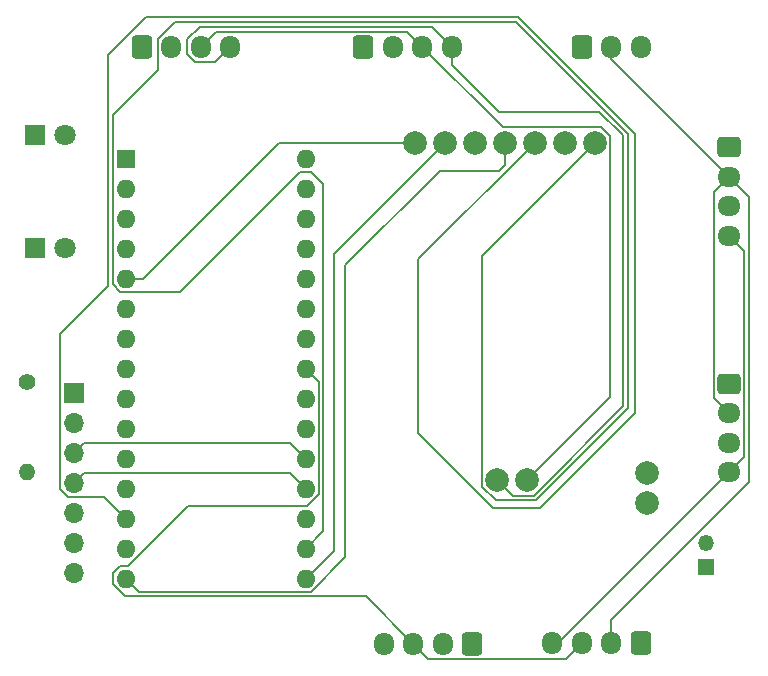
<source format=gbr>
%TF.GenerationSoftware,KiCad,Pcbnew,9.0.0*%
%TF.CreationDate,2025-03-15T15:19:18-03:00*%
%TF.ProjectId,can,63616e2e-6b69-4636-9164-5f7063625858,rev?*%
%TF.SameCoordinates,Original*%
%TF.FileFunction,Copper,L2,Bot*%
%TF.FilePolarity,Positive*%
%FSLAX46Y46*%
G04 Gerber Fmt 4.6, Leading zero omitted, Abs format (unit mm)*
G04 Created by KiCad (PCBNEW 9.0.0) date 2025-03-15 15:19:18*
%MOMM*%
%LPD*%
G01*
G04 APERTURE LIST*
G04 Aperture macros list*
%AMRoundRect*
0 Rectangle with rounded corners*
0 $1 Rounding radius*
0 $2 $3 $4 $5 $6 $7 $8 $9 X,Y pos of 4 corners*
0 Add a 4 corners polygon primitive as box body*
4,1,4,$2,$3,$4,$5,$6,$7,$8,$9,$2,$3,0*
0 Add four circle primitives for the rounded corners*
1,1,$1+$1,$2,$3*
1,1,$1+$1,$4,$5*
1,1,$1+$1,$6,$7*
1,1,$1+$1,$8,$9*
0 Add four rect primitives between the rounded corners*
20,1,$1+$1,$2,$3,$4,$5,0*
20,1,$1+$1,$4,$5,$6,$7,0*
20,1,$1+$1,$6,$7,$8,$9,0*
20,1,$1+$1,$8,$9,$2,$3,0*%
G04 Aperture macros list end*
%TA.AperFunction,ComponentPad*%
%ADD10O,1.700000X1.950000*%
%TD*%
%TA.AperFunction,ComponentPad*%
%ADD11RoundRect,0.250000X-0.600000X-0.725000X0.600000X-0.725000X0.600000X0.725000X-0.600000X0.725000X0*%
%TD*%
%TA.AperFunction,ComponentPad*%
%ADD12RoundRect,0.250000X0.600000X0.725000X-0.600000X0.725000X-0.600000X-0.725000X0.600000X-0.725000X0*%
%TD*%
%TA.AperFunction,ComponentPad*%
%ADD13O,1.700000X1.700000*%
%TD*%
%TA.AperFunction,ComponentPad*%
%ADD14R,1.700000X1.700000*%
%TD*%
%TA.AperFunction,ComponentPad*%
%ADD15C,1.400000*%
%TD*%
%TA.AperFunction,ComponentPad*%
%ADD16O,1.400000X1.400000*%
%TD*%
%TA.AperFunction,ComponentPad*%
%ADD17C,2.000000*%
%TD*%
%TA.AperFunction,ComponentPad*%
%ADD18R,1.350000X1.350000*%
%TD*%
%TA.AperFunction,ComponentPad*%
%ADD19O,1.350000X1.350000*%
%TD*%
%TA.AperFunction,ComponentPad*%
%ADD20RoundRect,0.250000X-0.725000X0.600000X-0.725000X-0.600000X0.725000X-0.600000X0.725000X0.600000X0*%
%TD*%
%TA.AperFunction,ComponentPad*%
%ADD21O,1.950000X1.700000*%
%TD*%
%TA.AperFunction,ComponentPad*%
%ADD22R,1.800000X1.800000*%
%TD*%
%TA.AperFunction,ComponentPad*%
%ADD23C,1.800000*%
%TD*%
%TA.AperFunction,ComponentPad*%
%ADD24R,1.600000X1.600000*%
%TD*%
%TA.AperFunction,ComponentPad*%
%ADD25O,1.600000X1.600000*%
%TD*%
%TA.AperFunction,Conductor*%
%ADD26C,0.200000*%
%TD*%
G04 APERTURE END LIST*
D10*
%TO.P,J1,4,Pin_4*%
%TO.N,Net-(J1-Pin_4)*%
X137250000Y-52475000D03*
%TO.P,J1,3,Pin_3*%
%TO.N,Net-(J1-Pin_3)*%
X134750000Y-52475000D03*
%TO.P,J1,2,Pin_2*%
%TO.N,GND*%
X132250000Y-52475000D03*
D11*
%TO.P,J1,1,Pin_1*%
%TO.N,12V*%
X129750000Y-52475000D03*
%TD*%
D10*
%TO.P,J6,4,Pin_4*%
%TO.N,Net-(A1-A5)*%
X150250000Y-103025000D03*
%TO.P,J6,3,Pin_3*%
%TO.N,Net-(A1-A4)*%
X152750000Y-103025000D03*
%TO.P,J6,2,Pin_2*%
%TO.N,GND*%
X155250000Y-103025000D03*
D12*
%TO.P,J6,1,Pin_1*%
%TO.N,3.3V*%
X157750000Y-103025000D03*
%TD*%
D13*
%TO.P,J9,7,Pin_7*%
%TO.N,3.3V*%
X124000000Y-97040000D03*
%TO.P,J9,6,Pin_6*%
%TO.N,GND*%
X124000000Y-94500000D03*
%TO.P,J9,5,Pin_5*%
%TO.N,12V*%
X124000000Y-91960000D03*
%TO.P,J9,4,Pin_4*%
%TO.N,A0*%
X124000000Y-89420000D03*
%TO.P,J9,3,Pin_3*%
%TO.N,A1*%
X124000000Y-86880000D03*
%TO.P,J9,2,Pin_2*%
%TO.N,D6*%
X124000000Y-84340000D03*
D14*
%TO.P,J9,1,Pin_1*%
%TO.N,D9*%
X124000000Y-81800000D03*
%TD*%
D15*
%TO.P,R1,1*%
%TO.N,Net-(D1-K)*%
X120000000Y-80880000D03*
D16*
%TO.P,R1,2*%
%TO.N,GND*%
X120000000Y-88500000D03*
%TD*%
D17*
%TO.P,M1,1,int*%
%TO.N,Net-(A1-D2)*%
X152875000Y-60615000D03*
%TO.P,M1,2,sck*%
%TO.N,Net-(A1-D13)*%
X155415000Y-60615000D03*
%TO.P,M1,3,si*%
%TO.N,Net-(A1-D11)*%
X157955000Y-60615000D03*
%TO.P,M1,4,so*%
%TO.N,Net-(A1-D12)*%
X160495000Y-60615000D03*
%TO.P,M1,5,cs*%
%TO.N,Net-(A1-D10)*%
X163035000Y-60615000D03*
%TO.P,M1,6,gnd*%
%TO.N,GND*%
X165575000Y-60615000D03*
%TO.P,M1,7,vcc*%
%TO.N,3.3V*%
X168115000Y-60615000D03*
%TO.P,M1,8,can_L*%
%TO.N,Net-(J1-Pin_4)*%
X159860000Y-89190000D03*
%TO.P,M1,9,can_H*%
%TO.N,Net-(J1-Pin_3)*%
X162400000Y-89190000D03*
%TO.P,M1,10,R1*%
%TO.N,Net-(J8-Pin_2)*%
X172560000Y-88555000D03*
%TO.P,M1,11,R2*%
%TO.N,Net-(J8-Pin_1)*%
X172560000Y-91095000D03*
%TD*%
D18*
%TO.P,J8,1,Pin_1*%
%TO.N,Net-(J8-Pin_1)*%
X177500000Y-96500000D03*
D19*
%TO.P,J8,2,Pin_2*%
%TO.N,Net-(J8-Pin_2)*%
X177500000Y-94500000D03*
%TD*%
D11*
%TO.P,CAN,1,Pin_1*%
%TO.N,12V*%
X167000000Y-52475000D03*
D10*
%TO.P,CAN,2,Pin_2*%
%TO.N,GND*%
X169500000Y-52475000D03*
%TO.P,CAN,3,Pin_3*%
%TO.N,Net-(A1-D3)*%
X172000000Y-52475000D03*
%TD*%
D12*
%TO.P,J5,1,Pin_1*%
%TO.N,3.3V*%
X172000000Y-103000000D03*
D10*
%TO.P,J5,2,Pin_2*%
%TO.N,GND*%
X169500000Y-103000000D03*
%TO.P,J5,3,Pin_3*%
%TO.N,Net-(A1-A4)*%
X167000000Y-103000000D03*
%TO.P,J5,4,Pin_4*%
%TO.N,Net-(A1-A5)*%
X164500000Y-103000000D03*
%TD*%
D20*
%TO.P,J4,1,Pin_1*%
%TO.N,3.3V*%
X179500000Y-81000000D03*
D21*
%TO.P,J4,2,Pin_2*%
%TO.N,GND*%
X179500000Y-83500000D03*
%TO.P,J4,3,Pin_3*%
%TO.N,Net-(A1-A4)*%
X179500000Y-86000000D03*
%TO.P,J4,4,Pin_4*%
%TO.N,Net-(A1-A5)*%
X179500000Y-88500000D03*
%TD*%
D20*
%TO.P,J3,1,Pin_1*%
%TO.N,3.3V*%
X179500000Y-61000000D03*
D21*
%TO.P,J3,2,Pin_2*%
%TO.N,GND*%
X179500000Y-63500000D03*
%TO.P,J3,3,Pin_3*%
%TO.N,Net-(A1-A4)*%
X179500000Y-66000000D03*
%TO.P,J3,4,Pin_4*%
%TO.N,Net-(A1-A5)*%
X179500000Y-68500000D03*
%TD*%
D11*
%TO.P,J2,1,Pin_1*%
%TO.N,12V*%
X148500000Y-52500000D03*
D10*
%TO.P,J2,2,Pin_2*%
%TO.N,GND*%
X151000000Y-52500000D03*
%TO.P,J2,3,Pin_3*%
%TO.N,Net-(J1-Pin_3)*%
X153500000Y-52500000D03*
%TO.P,J2,4,Pin_4*%
%TO.N,Net-(J1-Pin_4)*%
X156000000Y-52500000D03*
%TD*%
D22*
%TO.P,D2,1,K*%
%TO.N,Net-(D1-K)*%
X120725000Y-60000000D03*
D23*
%TO.P,D2,2,A*%
%TO.N,Net-(A1-D4)*%
X123265000Y-60000000D03*
%TD*%
D22*
%TO.P,D1,1,K*%
%TO.N,Net-(D1-K)*%
X120725000Y-69500000D03*
D23*
%TO.P,D1,2,A*%
%TO.N,Net-(A1-D5)*%
X123265000Y-69500000D03*
%TD*%
D24*
%TO.P,A1,1,D1/TX*%
%TO.N,unconnected-(A1-D1{slash}TX-Pad1)*%
X128390000Y-61950000D03*
D25*
%TO.P,A1,2,D0/RX*%
%TO.N,unconnected-(A1-D0{slash}RX-Pad2)*%
X128390000Y-64490000D03*
%TO.P,A1,3,~{RESET}*%
%TO.N,unconnected-(A1-~{RESET}-Pad3)*%
X128390000Y-67030000D03*
%TO.P,A1,4,GND*%
%TO.N,unconnected-(A1-GND-Pad4)*%
X128390000Y-69570000D03*
%TO.P,A1,5,D2*%
%TO.N,Net-(A1-D2)*%
X128390000Y-72110000D03*
%TO.P,A1,6,D3*%
%TO.N,Net-(A1-D3)*%
X128390000Y-74650000D03*
%TO.P,A1,7,D4*%
%TO.N,Net-(A1-D4)*%
X128390000Y-77190000D03*
%TO.P,A1,8,D5*%
%TO.N,Net-(A1-D5)*%
X128390000Y-79730000D03*
%TO.P,A1,9,D6*%
%TO.N,D6*%
X128390000Y-82270000D03*
%TO.P,A1,10,D7*%
%TO.N,unconnected-(A1-D7-Pad10)*%
X128390000Y-84810000D03*
%TO.P,A1,11,D8*%
%TO.N,unconnected-(A1-D8-Pad11)*%
X128390000Y-87350000D03*
%TO.P,A1,12,D9*%
%TO.N,D9*%
X128390000Y-89890000D03*
%TO.P,A1,13,D10*%
%TO.N,Net-(A1-D10)*%
X128390000Y-92430000D03*
%TO.P,A1,14,D11*%
%TO.N,Net-(A1-D11)*%
X128390000Y-94970000D03*
%TO.P,A1,15,D12*%
%TO.N,Net-(A1-D12)*%
X128390000Y-97510000D03*
%TO.P,A1,16,D13*%
%TO.N,Net-(A1-D13)*%
X143630000Y-97510000D03*
%TO.P,A1,17,3V3*%
%TO.N,3.3V*%
X143630000Y-94970000D03*
%TO.P,A1,18,AREF*%
%TO.N,unconnected-(A1-AREF-Pad18)*%
X143630000Y-92430000D03*
%TO.P,A1,19,A0*%
%TO.N,A0*%
X143630000Y-89890000D03*
%TO.P,A1,20,A1*%
%TO.N,A1*%
X143630000Y-87350000D03*
%TO.P,A1,21,A2*%
%TO.N,unconnected-(A1-A2-Pad21)*%
X143630000Y-84810000D03*
%TO.P,A1,22,A3*%
%TO.N,unconnected-(A1-A3-Pad22)*%
X143630000Y-82270000D03*
%TO.P,A1,23,A4*%
%TO.N,Net-(A1-A4)*%
X143630000Y-79730000D03*
%TO.P,A1,24,A5*%
%TO.N,Net-(A1-A5)*%
X143630000Y-77190000D03*
%TO.P,A1,25,A6*%
%TO.N,unconnected-(A1-A6-Pad25)*%
X143630000Y-74650000D03*
%TO.P,A1,26,A7*%
%TO.N,unconnected-(A1-A7-Pad26)*%
X143630000Y-72110000D03*
%TO.P,A1,27,+5V*%
%TO.N,unconnected-(A1-+5V-Pad27)*%
X143630000Y-69570000D03*
%TO.P,A1,28,~{RESET}*%
%TO.N,unconnected-(A1-~{RESET}-Pad28)*%
X143630000Y-67030000D03*
%TO.P,A1,29,GND*%
%TO.N,GND*%
X143630000Y-64490000D03*
%TO.P,A1,30,VIN*%
%TO.N,12V*%
X143630000Y-61950000D03*
%TD*%
D26*
%TO.N,Net-(A1-D10)*%
X153151000Y-70499000D02*
X163035000Y-60615000D01*
X159500000Y-91500000D02*
X153151000Y-85151000D01*
X153151000Y-85151000D02*
X153151000Y-70499000D01*
X163500000Y-91500000D02*
X159500000Y-91500000D01*
X171500000Y-83500000D02*
X163500000Y-91500000D01*
X171500000Y-59865800D02*
X171500000Y-83500000D01*
X161630200Y-49996000D02*
X171500000Y-59865800D01*
X126888000Y-72732150D02*
X126888000Y-53225840D01*
X122849000Y-76771150D02*
X126888000Y-72732150D01*
X126888000Y-53225840D02*
X130117840Y-49996000D01*
X122849000Y-89896760D02*
X122849000Y-76771150D01*
X130117840Y-49996000D02*
X161630200Y-49996000D01*
X123523240Y-90571000D02*
X122849000Y-89896760D01*
X126531000Y-90571000D02*
X123523240Y-90571000D01*
X128390000Y-92430000D02*
X126531000Y-90571000D01*
%TO.N,3.3V*%
X159722108Y-90892000D02*
X158559000Y-89728892D01*
X163104992Y-90892000D02*
X159722108Y-90892000D01*
X170901000Y-83095992D02*
X163104992Y-90892000D01*
X170901000Y-59833900D02*
X170901000Y-83095992D01*
X158559000Y-89728892D02*
X158559000Y-70171000D01*
X161464100Y-50397000D02*
X170901000Y-59833900D01*
X132575240Y-50397000D02*
X161464100Y-50397000D01*
X158559000Y-70171000D02*
X168115000Y-60615000D01*
X131099000Y-54425240D02*
X131099000Y-51873240D01*
X127289000Y-58235240D02*
X131099000Y-54425240D01*
X131099000Y-51873240D02*
X132575240Y-50397000D01*
X127289000Y-72566050D02*
X127289000Y-58235240D01*
X127933950Y-73211000D02*
X127289000Y-72566050D01*
X133013950Y-73211000D02*
X127933950Y-73211000D01*
X144086050Y-63051000D02*
X143173950Y-63051000D01*
X143173950Y-63051000D02*
X133013950Y-73211000D01*
X145132000Y-64096950D02*
X144086050Y-63051000D01*
X145132000Y-93468000D02*
X145132000Y-64096950D01*
X143630000Y-94970000D02*
X145132000Y-93468000D01*
%TO.N,Net-(A1-A4)*%
X144731000Y-80831000D02*
X143630000Y-79730000D01*
X144731000Y-90346050D02*
X144731000Y-80831000D01*
X143748050Y-91329000D02*
X144731000Y-90346050D01*
X133671000Y-91329000D02*
X143748050Y-91329000D01*
X128591000Y-96409000D02*
X133671000Y-91329000D01*
X127933950Y-96409000D02*
X128591000Y-96409000D01*
X127289000Y-97053950D02*
X127933950Y-96409000D01*
X127289000Y-97966050D02*
X127289000Y-97053950D01*
X128334950Y-99012000D02*
X127289000Y-97966050D01*
X148737000Y-99012000D02*
X128334950Y-99012000D01*
X152750000Y-103025000D02*
X148737000Y-99012000D01*
X165699000Y-104301000D02*
X167000000Y-103000000D01*
X154026000Y-104301000D02*
X165699000Y-104301000D01*
X152750000Y-103025000D02*
X154026000Y-104301000D01*
%TO.N,Net-(J1-Pin_4)*%
X154298000Y-50798000D02*
X156000000Y-52500000D01*
X133599000Y-53076760D02*
X133599000Y-51873240D01*
X134273240Y-53751000D02*
X133599000Y-53076760D01*
X135974000Y-53751000D02*
X134273240Y-53751000D01*
X137250000Y-52475000D02*
X135974000Y-53751000D01*
X133599000Y-51873240D02*
X134674240Y-50798000D01*
X134674240Y-50798000D02*
X154298000Y-50798000D01*
%TO.N,GND*%
X181177000Y-65177000D02*
X179500000Y-63500000D01*
X181177000Y-89323000D02*
X181177000Y-65177000D01*
X169500000Y-101000000D02*
X181177000Y-89323000D01*
X169500000Y-103000000D02*
X169500000Y-101000000D01*
X178224000Y-82224000D02*
X179500000Y-83500000D01*
X178224000Y-64776000D02*
X178224000Y-82224000D01*
X179500000Y-63500000D02*
X178224000Y-64776000D01*
X169500000Y-53500000D02*
X169500000Y-52475000D01*
X179500000Y-63500000D02*
X169500000Y-53500000D01*
%TO.N,A0*%
X142310000Y-88570000D02*
X143630000Y-89890000D01*
X124850000Y-88570000D02*
X142310000Y-88570000D01*
X124000000Y-89420000D02*
X124850000Y-88570000D01*
%TO.N,A1*%
X142310000Y-86030000D02*
X143630000Y-87350000D01*
X124850000Y-86030000D02*
X142310000Y-86030000D01*
X124000000Y-86880000D02*
X124850000Y-86030000D01*
%TO.N,Net-(A1-D13)*%
X146000000Y-70030000D02*
X155415000Y-60615000D01*
X146000000Y-95140000D02*
X146000000Y-70030000D01*
%TO.N,Net-(A1-D12)*%
X160495000Y-62495000D02*
X160495000Y-60615000D01*
X160500000Y-62500000D02*
X160495000Y-62495000D01*
X160000000Y-63000000D02*
X160500000Y-62500000D01*
X155000000Y-63000000D02*
X160000000Y-63000000D01*
X147000000Y-71000000D02*
X155000000Y-63000000D01*
X144086050Y-98611000D02*
X147000000Y-95697050D01*
X129491000Y-98611000D02*
X144086050Y-98611000D01*
X147000000Y-95697050D02*
X147000000Y-71000000D01*
X128390000Y-97510000D02*
X129491000Y-98611000D01*
%TO.N,GND*%
X124000000Y-95000000D02*
X124000000Y-94500000D01*
%TO.N,Net-(A1-D13)*%
X143630000Y-97510000D02*
X146000000Y-95140000D01*
%TO.N,Net-(J1-Pin_4)*%
X156000000Y-54000000D02*
X156000000Y-52500000D01*
X160000000Y-58000000D02*
X156000000Y-54000000D01*
X168500000Y-58000000D02*
X160000000Y-58000000D01*
X170500000Y-60000000D02*
X168500000Y-58000000D01*
X170500000Y-82929892D02*
X170500000Y-60000000D01*
X162938892Y-90491000D02*
X170500000Y-82929892D01*
X161161000Y-90491000D02*
X162938892Y-90491000D01*
X159860000Y-89190000D02*
X161161000Y-90491000D01*
%TO.N,Net-(J1-Pin_3)*%
X168653892Y-59314000D02*
X169416000Y-60076108D01*
X160314000Y-59314000D02*
X168653892Y-59314000D01*
X169416000Y-60076108D02*
X169416000Y-82174000D01*
X169416000Y-82174000D02*
X162400000Y-89190000D01*
X153500000Y-52500000D02*
X160314000Y-59314000D01*
X136026000Y-51199000D02*
X134750000Y-52475000D01*
X152199000Y-51199000D02*
X136026000Y-51199000D01*
X153500000Y-52500000D02*
X152199000Y-51199000D01*
%TO.N,Net-(A1-D2)*%
X129890000Y-72110000D02*
X128390000Y-72110000D01*
X141385000Y-60615000D02*
X129890000Y-72110000D01*
X152875000Y-60615000D02*
X141385000Y-60615000D01*
%TO.N,Net-(A1-A5)*%
X165000000Y-103000000D02*
X164500000Y-103000000D01*
X179500000Y-88500000D02*
X165000000Y-103000000D01*
X180776000Y-87224000D02*
X180776000Y-69776000D01*
X180776000Y-69776000D02*
X179500000Y-68500000D01*
X179500000Y-88500000D02*
X180776000Y-87224000D01*
%TD*%
M02*

</source>
